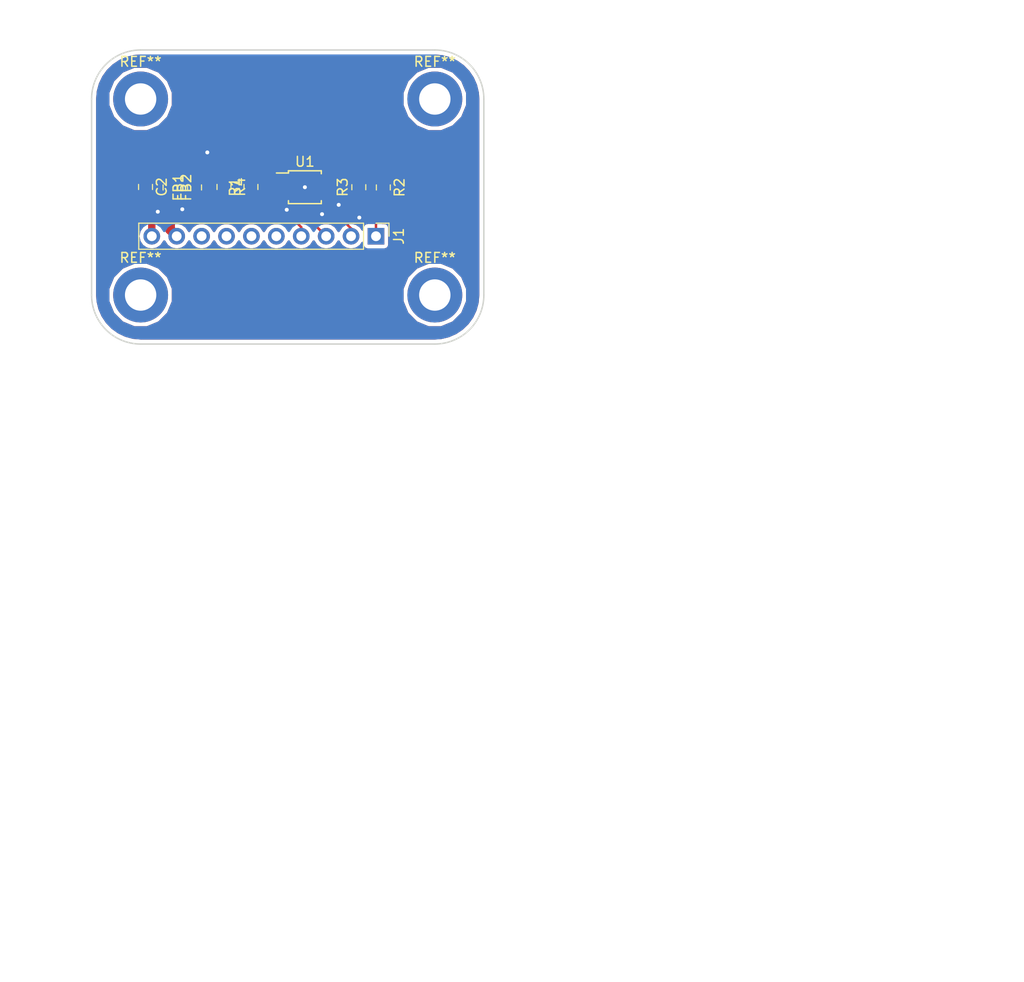
<source format=kicad_pcb>
(kicad_pcb (version 20171130) (host pcbnew 5.0.1-33cea8e~66~ubuntu18.04.1)

  (general
    (thickness 1.6)
    (drawings 12)
    (tracks 108)
    (zones 0)
    (modules 13)
    (nets 17)
  )

  (page A4)
  (layers
    (0 F.Cu signal)
    (31 B.Cu signal)
    (32 B.Adhes user)
    (33 F.Adhes user)
    (34 B.Paste user)
    (35 F.Paste user)
    (36 B.SilkS user)
    (37 F.SilkS user)
    (38 B.Mask user)
    (39 F.Mask user)
    (40 Dwgs.User user)
    (41 Cmts.User user)
    (42 Eco1.User user)
    (43 Eco2.User user)
    (44 Edge.Cuts user)
    (45 Margin user)
    (46 B.CrtYd user)
    (47 F.CrtYd user)
    (48 B.Fab user)
    (49 F.Fab user)
  )

  (setup
    (last_trace_width 0.25)
    (trace_clearance 0.2)
    (zone_clearance 0.381)
    (zone_45_only no)
    (trace_min 0.2)
    (segment_width 0.2)
    (edge_width 0.15)
    (via_size 0.8)
    (via_drill 0.4)
    (via_min_size 0.4)
    (via_min_drill 0.3)
    (uvia_size 0.3)
    (uvia_drill 0.1)
    (uvias_allowed no)
    (uvia_min_size 0.2)
    (uvia_min_drill 0.1)
    (pcb_text_width 0.3)
    (pcb_text_size 1.5 1.5)
    (mod_edge_width 0.15)
    (mod_text_size 1 1)
    (mod_text_width 0.15)
    (pad_size 1.524 1.524)
    (pad_drill 0.762)
    (pad_to_mask_clearance 0.051)
    (solder_mask_min_width 0.25)
    (aux_axis_origin 0 0)
    (visible_elements FFFFFF7F)
    (pcbplotparams
      (layerselection 0x010fc_ffffffff)
      (usegerberextensions false)
      (usegerberattributes false)
      (usegerberadvancedattributes false)
      (creategerberjobfile false)
      (excludeedgelayer true)
      (linewidth 0.100000)
      (plotframeref false)
      (viasonmask false)
      (mode 1)
      (useauxorigin false)
      (hpglpennumber 1)
      (hpglpenspeed 20)
      (hpglpendiameter 15.000000)
      (psnegative false)
      (psa4output false)
      (plotreference true)
      (plotvalue true)
      (plotinvisibletext false)
      (padsonsilk false)
      (subtractmaskfromsilk false)
      (outputformat 1)
      (mirror false)
      (drillshape 1)
      (scaleselection 1)
      (outputdirectory ""))
  )

  (net 0 "")
  (net 1 VDD)
  (net 2 "Net-(R1-Pad2)")
  (net 3 "Net-(R2-Pad2)")
  (net 4 "Net-(R3-Pad2)")
  (net 5 GND)
  (net 6 "Net-(R4-Pad1)")
  (net 7 "Net-(C2-Pad1)")
  (net 8 "Net-(C2-Pad2)")
  (net 9 /AIN0)
  (net 10 /AIN1)
  (net 11 /AIN2)
  (net 12 /AIN3)
  (net 13 /ALERT)
  (net 14 /ADDR)
  (net 15 /SDA)
  (net 16 /SCL)

  (net_class Default "This is the default net class."
    (clearance 0.2)
    (trace_width 0.25)
    (via_dia 0.8)
    (via_drill 0.4)
    (uvia_dia 0.3)
    (uvia_drill 0.1)
    (add_net /ADDR)
    (add_net /AIN0)
    (add_net /AIN1)
    (add_net /AIN2)
    (add_net /AIN3)
    (add_net /ALERT)
    (add_net /SCL)
    (add_net /SDA)
    (add_net "Net-(R1-Pad2)")
    (add_net "Net-(R2-Pad2)")
    (add_net "Net-(R3-Pad2)")
    (add_net "Net-(R4-Pad1)")
  )

  (net_class GND ""
    (clearance 0.2)
    (trace_width 1)
    (via_dia 1.2)
    (via_drill 0.4)
    (uvia_dia 0.3)
    (uvia_drill 0.1)
    (add_net GND)
    (add_net "Net-(C2-Pad2)")
  )

  (net_class VDD ""
    (clearance 0.2)
    (trace_width 0.75)
    (via_dia 1)
    (via_drill 0.4)
    (uvia_dia 0.3)
    (uvia_drill 0.1)
    (add_net "Net-(C2-Pad1)")
    (add_net VDD)
  )

  (module MountingHole:MountingHole_3.2mm_M3_DIN965_Pad locked (layer F.Cu) (tedit 56D1B4CB) (tstamp 5BDBCE85)
    (at 40 30)
    (descr "Mounting Hole 3.2mm, M3, DIN965")
    (tags "mounting hole 3.2mm m3 din965")
    (attr virtual)
    (fp_text reference REF** (at 0 -3.8) (layer F.SilkS)
      (effects (font (size 1 1) (thickness 0.15)))
    )
    (fp_text value MountingHole_3.2mm_M3_DIN965_Pad (at 0 3.8) (layer F.Fab)
      (effects (font (size 1 1) (thickness 0.15)))
    )
    (fp_text user %R (at 0.3 0) (layer F.Fab)
      (effects (font (size 1 1) (thickness 0.15)))
    )
    (fp_circle (center 0 0) (end 2.8 0) (layer Cmts.User) (width 0.15))
    (fp_circle (center 0 0) (end 3.05 0) (layer F.CrtYd) (width 0.05))
    (pad 1 thru_hole circle (at 0 0) (size 5.6 5.6) (drill 3.2) (layers *.Cu *.Mask))
  )

  (module MountingHole:MountingHole_3.2mm_M3_DIN965_Pad locked (layer F.Cu) (tedit 56D1B4CB) (tstamp 5BDBCE85)
    (at 10 30)
    (descr "Mounting Hole 3.2mm, M3, DIN965")
    (tags "mounting hole 3.2mm m3 din965")
    (attr virtual)
    (fp_text reference REF** (at 0 -3.8) (layer F.SilkS)
      (effects (font (size 1 1) (thickness 0.15)))
    )
    (fp_text value MountingHole_3.2mm_M3_DIN965_Pad (at 0 3.8) (layer F.Fab)
      (effects (font (size 1 1) (thickness 0.15)))
    )
    (fp_text user %R (at 0.3 0) (layer F.Fab)
      (effects (font (size 1 1) (thickness 0.15)))
    )
    (fp_circle (center 0 0) (end 2.8 0) (layer Cmts.User) (width 0.15))
    (fp_circle (center 0 0) (end 3.05 0) (layer F.CrtYd) (width 0.05))
    (pad 1 thru_hole circle (at 0 0) (size 5.6 5.6) (drill 3.2) (layers *.Cu *.Mask))
  )

  (module MountingHole:MountingHole_3.2mm_M3_DIN965_Pad locked (layer F.Cu) (tedit 56D1B4CB) (tstamp 5BDBCE65)
    (at 40 10)
    (descr "Mounting Hole 3.2mm, M3, DIN965")
    (tags "mounting hole 3.2mm m3 din965")
    (attr virtual)
    (fp_text reference REF** (at 0 -3.8) (layer F.SilkS)
      (effects (font (size 1 1) (thickness 0.15)))
    )
    (fp_text value MountingHole_3.2mm_M3_DIN965_Pad (at 0 3.8) (layer F.Fab)
      (effects (font (size 1 1) (thickness 0.15)))
    )
    (fp_text user %R (at 0.3 0) (layer F.Fab)
      (effects (font (size 1 1) (thickness 0.15)))
    )
    (fp_circle (center 0 0) (end 2.8 0) (layer Cmts.User) (width 0.15))
    (fp_circle (center 0 0) (end 3.05 0) (layer F.CrtYd) (width 0.05))
    (pad 1 thru_hole circle (at 0 0) (size 5.6 5.6) (drill 3.2) (layers *.Cu *.Mask))
  )

  (module Capacitor_SMD:C_0805_2012Metric_Pad1.15x1.40mm_HandSolder (layer F.Cu) (tedit 5B36C52B) (tstamp 5BD5CD48)
    (at 10.5 18.975 270)
    (descr "Capacitor SMD 0805 (2012 Metric), square (rectangular) end terminal, IPC_7351 nominal with elongated pad for handsoldering. (Body size source: https://docs.google.com/spreadsheets/d/1BsfQQcO9C6DZCsRaXUlFlo91Tg2WpOkGARC1WS5S8t0/edit?usp=sharing), generated with kicad-footprint-generator")
    (tags "capacitor handsolder")
    (path /5BC8FFF4)
    (attr smd)
    (fp_text reference C2 (at 0 -1.65 270) (layer F.SilkS)
      (effects (font (size 1 1) (thickness 0.15)))
    )
    (fp_text value C105 (at 0 1.65 270) (layer F.Fab)
      (effects (font (size 1 1) (thickness 0.15)))
    )
    (fp_text user %R (at 0 0 270) (layer F.Fab)
      (effects (font (size 0.5 0.5) (thickness 0.08)))
    )
    (fp_line (start 1.85 0.95) (end -1.85 0.95) (layer F.CrtYd) (width 0.05))
    (fp_line (start 1.85 -0.95) (end 1.85 0.95) (layer F.CrtYd) (width 0.05))
    (fp_line (start -1.85 -0.95) (end 1.85 -0.95) (layer F.CrtYd) (width 0.05))
    (fp_line (start -1.85 0.95) (end -1.85 -0.95) (layer F.CrtYd) (width 0.05))
    (fp_line (start -0.261252 0.71) (end 0.261252 0.71) (layer F.SilkS) (width 0.12))
    (fp_line (start -0.261252 -0.71) (end 0.261252 -0.71) (layer F.SilkS) (width 0.12))
    (fp_line (start 1 0.6) (end -1 0.6) (layer F.Fab) (width 0.1))
    (fp_line (start 1 -0.6) (end 1 0.6) (layer F.Fab) (width 0.1))
    (fp_line (start -1 -0.6) (end 1 -0.6) (layer F.Fab) (width 0.1))
    (fp_line (start -1 0.6) (end -1 -0.6) (layer F.Fab) (width 0.1))
    (pad 2 smd roundrect (at 1.025 0 270) (size 1.15 1.4) (layers F.Cu F.Paste F.Mask) (roundrect_rratio 0.217391)
      (net 8 "Net-(C2-Pad2)"))
    (pad 1 smd roundrect (at -1.025 0 270) (size 1.15 1.4) (layers F.Cu F.Paste F.Mask) (roundrect_rratio 0.217391)
      (net 7 "Net-(C2-Pad1)"))
    (model ${KISYS3DMOD}/Capacitor_SMD.3dshapes/C_0805_2012Metric.wrl
      (at (xyz 0 0 0))
      (scale (xyz 1 1 1))
      (rotate (xyz 0 0 0))
    )
  )

  (module Connector_PinHeader_2.54mm:PinHeader_1x10_P2.54mm_Vertical (layer F.Cu) (tedit 59FED5CC) (tstamp 5BD5CD10)
    (at 34 24 270)
    (descr "Through hole straight pin header, 1x10, 2.54mm pitch, single row")
    (tags "Through hole pin header THT 1x10 2.54mm single row")
    (path /5BC8F7D9)
    (fp_text reference J1 (at 0 -2.33 270) (layer F.SilkS)
      (effects (font (size 1 1) (thickness 0.15)))
    )
    (fp_text value Conn_01x10 (at 0 25.19 270) (layer F.Fab)
      (effects (font (size 1 1) (thickness 0.15)))
    )
    (fp_line (start -0.635 -1.27) (end 1.27 -1.27) (layer F.Fab) (width 0.1))
    (fp_line (start 1.27 -1.27) (end 1.27 24.13) (layer F.Fab) (width 0.1))
    (fp_line (start 1.27 24.13) (end -1.27 24.13) (layer F.Fab) (width 0.1))
    (fp_line (start -1.27 24.13) (end -1.27 -0.635) (layer F.Fab) (width 0.1))
    (fp_line (start -1.27 -0.635) (end -0.635 -1.27) (layer F.Fab) (width 0.1))
    (fp_line (start -1.33 24.19) (end 1.33 24.19) (layer F.SilkS) (width 0.12))
    (fp_line (start -1.33 1.27) (end -1.33 24.19) (layer F.SilkS) (width 0.12))
    (fp_line (start 1.33 1.27) (end 1.33 24.19) (layer F.SilkS) (width 0.12))
    (fp_line (start -1.33 1.27) (end 1.33 1.27) (layer F.SilkS) (width 0.12))
    (fp_line (start -1.33 0) (end -1.33 -1.33) (layer F.SilkS) (width 0.12))
    (fp_line (start -1.33 -1.33) (end 0 -1.33) (layer F.SilkS) (width 0.12))
    (fp_line (start -1.8 -1.8) (end -1.8 24.65) (layer F.CrtYd) (width 0.05))
    (fp_line (start -1.8 24.65) (end 1.8 24.65) (layer F.CrtYd) (width 0.05))
    (fp_line (start 1.8 24.65) (end 1.8 -1.8) (layer F.CrtYd) (width 0.05))
    (fp_line (start 1.8 -1.8) (end -1.8 -1.8) (layer F.CrtYd) (width 0.05))
    (fp_text user %R (at 0 11.43) (layer F.Fab)
      (effects (font (size 1 1) (thickness 0.15)))
    )
    (pad 1 thru_hole rect (at 0 0 270) (size 1.7 1.7) (drill 1) (layers *.Cu *.Mask)
      (net 12 /AIN3))
    (pad 2 thru_hole oval (at 0 2.54 270) (size 1.7 1.7) (drill 1) (layers *.Cu *.Mask)
      (net 11 /AIN2))
    (pad 3 thru_hole oval (at 0 5.08 270) (size 1.7 1.7) (drill 1) (layers *.Cu *.Mask)
      (net 10 /AIN1))
    (pad 4 thru_hole oval (at 0 7.62 270) (size 1.7 1.7) (drill 1) (layers *.Cu *.Mask)
      (net 9 /AIN0))
    (pad 5 thru_hole oval (at 0 10.16 270) (size 1.7 1.7) (drill 1) (layers *.Cu *.Mask)
      (net 13 /ALERT))
    (pad 6 thru_hole oval (at 0 12.7 270) (size 1.7 1.7) (drill 1) (layers *.Cu *.Mask)
      (net 14 /ADDR))
    (pad 7 thru_hole oval (at 0 15.24 270) (size 1.7 1.7) (drill 1) (layers *.Cu *.Mask)
      (net 15 /SDA))
    (pad 8 thru_hole oval (at 0 17.78 270) (size 1.7 1.7) (drill 1) (layers *.Cu *.Mask)
      (net 16 /SCL))
    (pad 9 thru_hole oval (at 0 20.32 270) (size 1.7 1.7) (drill 1) (layers *.Cu *.Mask)
      (net 8 "Net-(C2-Pad2)"))
    (pad 10 thru_hole oval (at 0 22.86 270) (size 1.7 1.7) (drill 1) (layers *.Cu *.Mask)
      (net 7 "Net-(C2-Pad1)"))
    (model ${KISYS3DMOD}/Connector_PinHeader_2.54mm.3dshapes/PinHeader_1x10_P2.54mm_Vertical.wrl
      (at (xyz 0 0 0))
      (scale (xyz 1 1 1))
      (rotate (xyz 0 0 0))
    )
  )

  (module Inductor_SMD:L_0805_2012Metric_Pad1.15x1.40mm_HandSolder (layer F.Cu) (tedit 5B36C52B) (tstamp 5BD5CCF2)
    (at 13 19.025 270)
    (descr "Capacitor SMD 0805 (2012 Metric), square (rectangular) end terminal, IPC_7351 nominal with elongated pad for handsoldering. (Body size source: https://docs.google.com/spreadsheets/d/1BsfQQcO9C6DZCsRaXUlFlo91Tg2WpOkGARC1WS5S8t0/edit?usp=sharing), generated with kicad-footprint-generator")
    (tags "inductor handsolder")
    (path /5BC8FD9F)
    (attr smd)
    (fp_text reference FB2 (at 0 -1.65 270) (layer F.SilkS)
      (effects (font (size 1 1) (thickness 0.15)))
    )
    (fp_text value Ferrite_Bead_Small (at 0 1.65 270) (layer F.Fab)
      (effects (font (size 1 1) (thickness 0.15)))
    )
    (fp_text user %R (at 0 0 270) (layer F.Fab)
      (effects (font (size 0.5 0.5) (thickness 0.08)))
    )
    (fp_line (start 1.85 0.95) (end -1.85 0.95) (layer F.CrtYd) (width 0.05))
    (fp_line (start 1.85 -0.95) (end 1.85 0.95) (layer F.CrtYd) (width 0.05))
    (fp_line (start -1.85 -0.95) (end 1.85 -0.95) (layer F.CrtYd) (width 0.05))
    (fp_line (start -1.85 0.95) (end -1.85 -0.95) (layer F.CrtYd) (width 0.05))
    (fp_line (start -0.261252 0.71) (end 0.261252 0.71) (layer F.SilkS) (width 0.12))
    (fp_line (start -0.261252 -0.71) (end 0.261252 -0.71) (layer F.SilkS) (width 0.12))
    (fp_line (start 1 0.6) (end -1 0.6) (layer F.Fab) (width 0.1))
    (fp_line (start 1 -0.6) (end 1 0.6) (layer F.Fab) (width 0.1))
    (fp_line (start -1 -0.6) (end 1 -0.6) (layer F.Fab) (width 0.1))
    (fp_line (start -1 0.6) (end -1 -0.6) (layer F.Fab) (width 0.1))
    (pad 2 smd roundrect (at 1.025 0 270) (size 1.15 1.4) (layers F.Cu F.Paste F.Mask) (roundrect_rratio 0.217391)
      (net 8 "Net-(C2-Pad2)"))
    (pad 1 smd roundrect (at -1.025 0 270) (size 1.15 1.4) (layers F.Cu F.Paste F.Mask) (roundrect_rratio 0.217391)
      (net 5 GND))
    (model ${KISYS3DMOD}/Inductor_SMD.3dshapes/L_0805_2012Metric.wrl
      (at (xyz 0 0 0))
      (scale (xyz 1 1 1))
      (rotate (xyz 0 0 0))
    )
  )

  (module Inductor_SMD:L_0805_2012Metric_Pad1.15x1.40mm_HandSolder (layer F.Cu) (tedit 5B36C52B) (tstamp 5BD5CCE1)
    (at 15.5 19.025 90)
    (descr "Capacitor SMD 0805 (2012 Metric), square (rectangular) end terminal, IPC_7351 nominal with elongated pad for handsoldering. (Body size source: https://docs.google.com/spreadsheets/d/1BsfQQcO9C6DZCsRaXUlFlo91Tg2WpOkGARC1WS5S8t0/edit?usp=sharing), generated with kicad-footprint-generator")
    (tags "inductor handsolder")
    (path /5BC8F4AE)
    (attr smd)
    (fp_text reference FB1 (at 0 -1.65 90) (layer F.SilkS)
      (effects (font (size 1 1) (thickness 0.15)))
    )
    (fp_text value Ferrite_Bead_Small (at 0 1.65 90) (layer F.Fab)
      (effects (font (size 1 1) (thickness 0.15)))
    )
    (fp_line (start -1 0.6) (end -1 -0.6) (layer F.Fab) (width 0.1))
    (fp_line (start -1 -0.6) (end 1 -0.6) (layer F.Fab) (width 0.1))
    (fp_line (start 1 -0.6) (end 1 0.6) (layer F.Fab) (width 0.1))
    (fp_line (start 1 0.6) (end -1 0.6) (layer F.Fab) (width 0.1))
    (fp_line (start -0.261252 -0.71) (end 0.261252 -0.71) (layer F.SilkS) (width 0.12))
    (fp_line (start -0.261252 0.71) (end 0.261252 0.71) (layer F.SilkS) (width 0.12))
    (fp_line (start -1.85 0.95) (end -1.85 -0.95) (layer F.CrtYd) (width 0.05))
    (fp_line (start -1.85 -0.95) (end 1.85 -0.95) (layer F.CrtYd) (width 0.05))
    (fp_line (start 1.85 -0.95) (end 1.85 0.95) (layer F.CrtYd) (width 0.05))
    (fp_line (start 1.85 0.95) (end -1.85 0.95) (layer F.CrtYd) (width 0.05))
    (fp_text user %R (at 0 0 90) (layer F.Fab)
      (effects (font (size 0.5 0.5) (thickness 0.08)))
    )
    (pad 1 smd roundrect (at -1.025 0 90) (size 1.15 1.4) (layers F.Cu F.Paste F.Mask) (roundrect_rratio 0.217391)
      (net 1 VDD))
    (pad 2 smd roundrect (at 1.025 0 90) (size 1.15 1.4) (layers F.Cu F.Paste F.Mask) (roundrect_rratio 0.217391)
      (net 7 "Net-(C2-Pad1)"))
    (model ${KISYS3DMOD}/Inductor_SMD.3dshapes/L_0805_2012Metric.wrl
      (at (xyz 0 0 0))
      (scale (xyz 1 1 1))
      (rotate (xyz 0 0 0))
    )
  )

  (module Package_SO:MSOP-10_3x3mm_P0.5mm (layer F.Cu) (tedit 5BC8CDEC) (tstamp 5BD5D8FA)
    (at 26.75 19)
    (descr "10-Lead Plastic Micro Small Outline Package (MS) [MSOP] (see Microchip Packaging Specification 00000049BS.pdf)")
    (tags "SSOP 0.5")
    (path /5BC8E17D)
    (attr smd)
    (fp_text reference U1 (at 0 -2.6) (layer F.SilkS)
      (effects (font (size 1 1) (thickness 0.15)))
    )
    (fp_text value ADS1115 (at 0 2.6) (layer F.Fab)
      (effects (font (size 1 1) (thickness 0.15)))
    )
    (fp_line (start -0.5 -1.5) (end 1.5 -1.5) (layer F.Fab) (width 0.15))
    (fp_line (start 1.5 -1.5) (end 1.5 1.5) (layer F.Fab) (width 0.15))
    (fp_line (start 1.5 1.5) (end -1.5 1.5) (layer F.Fab) (width 0.15))
    (fp_line (start -1.5 1.5) (end -1.5 -0.5) (layer F.Fab) (width 0.15))
    (fp_line (start -1.5 -0.5) (end -0.5 -1.5) (layer F.Fab) (width 0.15))
    (fp_line (start -3.15 -1.85) (end -3.15 1.85) (layer F.CrtYd) (width 0.05))
    (fp_line (start 3.15 -1.85) (end 3.15 1.85) (layer F.CrtYd) (width 0.05))
    (fp_line (start -3.15 -1.85) (end 3.15 -1.85) (layer F.CrtYd) (width 0.05))
    (fp_line (start -3.15 1.85) (end 3.15 1.85) (layer F.CrtYd) (width 0.05))
    (fp_line (start -1.675 -1.675) (end -1.675 -1.45) (layer F.SilkS) (width 0.15))
    (fp_line (start 1.675 -1.675) (end 1.675 -1.375) (layer F.SilkS) (width 0.15))
    (fp_line (start 1.675 1.675) (end 1.675 1.375) (layer F.SilkS) (width 0.15))
    (fp_line (start -1.675 1.675) (end -1.675 1.375) (layer F.SilkS) (width 0.15))
    (fp_line (start -1.675 -1.675) (end 1.675 -1.675) (layer F.SilkS) (width 0.15))
    (fp_line (start -1.675 1.675) (end 1.675 1.675) (layer F.SilkS) (width 0.15))
    (fp_line (start -1.675 -1.45) (end -2.9 -1.45) (layer F.SilkS) (width 0.15))
    (fp_text user %R (at 0 0) (layer F.Fab)
      (effects (font (size 0.6 0.6) (thickness 0.15)))
    )
    (pad 1 smd rect (at -2.2 -1) (size 1.4 0.3) (layers F.Cu F.Paste F.Mask)
      (net 6 "Net-(R4-Pad1)"))
    (pad 2 smd rect (at -2.2 -0.5) (size 1.4 0.3) (layers F.Cu F.Paste F.Mask)
      (net 2 "Net-(R1-Pad2)"))
    (pad 3 smd rect (at -2.2 0) (size 1.4 0.3) (layers F.Cu F.Paste F.Mask)
      (net 5 GND))
    (pad 4 smd rect (at -2.2 0.5) (size 1.4 0.3) (layers F.Cu F.Paste F.Mask)
      (net 9 /AIN0))
    (pad 5 smd rect (at -2.2 1) (size 1.4 0.3) (layers F.Cu F.Paste F.Mask)
      (net 10 /AIN1))
    (pad 6 smd rect (at 2.2 1) (size 1.4 0.3) (layers F.Cu F.Paste F.Mask)
      (net 11 /AIN2))
    (pad 7 smd rect (at 2.2 0.5) (size 1.4 0.3) (layers F.Cu F.Paste F.Mask)
      (net 12 /AIN3))
    (pad 8 smd rect (at 2.2 0) (size 1.4 0.3) (layers F.Cu F.Paste F.Mask)
      (net 1 VDD))
    (pad 9 smd rect (at 2.2 -0.5) (size 1.4 0.3) (layers F.Cu F.Paste F.Mask)
      (net 3 "Net-(R2-Pad2)"))
    (pad 10 smd rect (at 2.2 -1) (size 1.4 0.3) (layers F.Cu F.Paste F.Mask)
      (net 4 "Net-(R3-Pad2)"))
    (model ${KISYS3DMOD}/Package_SO.3dshapes/MSOP-10_3x3mm_P0.5mm.wrl
      (at (xyz 0 0 0))
      (scale (xyz 1 1 1))
      (rotate (xyz 0 0 0))
    )
  )

  (module Resistor_SMD:R_0805_2012Metric_Pad1.15x1.40mm_HandSolder (layer F.Cu) (tedit 5B36C52B) (tstamp 5BDBD09B)
    (at 18.5 18.975 270)
    (descr "Resistor SMD 0805 (2012 Metric), square (rectangular) end terminal, IPC_7351 nominal with elongated pad for handsoldering. (Body size source: https://docs.google.com/spreadsheets/d/1BsfQQcO9C6DZCsRaXUlFlo91Tg2WpOkGARC1WS5S8t0/edit?usp=sharing), generated with kicad-footprint-generator")
    (tags "resistor handsolder")
    (path /5BC8EBC9)
    (attr smd)
    (fp_text reference R4 (at 0 -1.65 270) (layer F.SilkS)
      (effects (font (size 1 1) (thickness 0.15)))
    )
    (fp_text value R103 (at 0 1.65 270) (layer F.Fab)
      (effects (font (size 1 1) (thickness 0.15)))
    )
    (fp_text user %R (at 0 0 270) (layer F.Fab)
      (effects (font (size 0.5 0.5) (thickness 0.08)))
    )
    (fp_line (start 1.85 0.95) (end -1.85 0.95) (layer F.CrtYd) (width 0.05))
    (fp_line (start 1.85 -0.95) (end 1.85 0.95) (layer F.CrtYd) (width 0.05))
    (fp_line (start -1.85 -0.95) (end 1.85 -0.95) (layer F.CrtYd) (width 0.05))
    (fp_line (start -1.85 0.95) (end -1.85 -0.95) (layer F.CrtYd) (width 0.05))
    (fp_line (start -0.261252 0.71) (end 0.261252 0.71) (layer F.SilkS) (width 0.12))
    (fp_line (start -0.261252 -0.71) (end 0.261252 -0.71) (layer F.SilkS) (width 0.12))
    (fp_line (start 1 0.6) (end -1 0.6) (layer F.Fab) (width 0.1))
    (fp_line (start 1 -0.6) (end 1 0.6) (layer F.Fab) (width 0.1))
    (fp_line (start -1 -0.6) (end 1 -0.6) (layer F.Fab) (width 0.1))
    (fp_line (start -1 0.6) (end -1 -0.6) (layer F.Fab) (width 0.1))
    (pad 2 smd roundrect (at 1.025 0 270) (size 1.15 1.4) (layers F.Cu F.Paste F.Mask) (roundrect_rratio 0.217391)
      (net 5 GND))
    (pad 1 smd roundrect (at -1.025 0 270) (size 1.15 1.4) (layers F.Cu F.Paste F.Mask) (roundrect_rratio 0.217391)
      (net 6 "Net-(R4-Pad1)"))
    (model ${KISYS3DMOD}/Resistor_SMD.3dshapes/R_0805_2012Metric.wrl
      (at (xyz 0 0 0))
      (scale (xyz 1 1 1))
      (rotate (xyz 0 0 0))
    )
  )

  (module Resistor_SMD:R_0805_2012Metric_Pad1.15x1.40mm_HandSolder (layer F.Cu) (tedit 5B36C52B) (tstamp 5BD5EBBD)
    (at 32.25 19 90)
    (descr "Resistor SMD 0805 (2012 Metric), square (rectangular) end terminal, IPC_7351 nominal with elongated pad for handsoldering. (Body size source: https://docs.google.com/spreadsheets/d/1BsfQQcO9C6DZCsRaXUlFlo91Tg2WpOkGARC1WS5S8t0/edit?usp=sharing), generated with kicad-footprint-generator")
    (tags "resistor handsolder")
    (path /5BC8E534)
    (attr smd)
    (fp_text reference R3 (at 0 -1.65 90) (layer F.SilkS)
      (effects (font (size 1 1) (thickness 0.15)))
    )
    (fp_text value R103 (at 0 1.65 90) (layer F.Fab)
      (effects (font (size 1 1) (thickness 0.15)))
    )
    (fp_line (start -1 0.6) (end -1 -0.6) (layer F.Fab) (width 0.1))
    (fp_line (start -1 -0.6) (end 1 -0.6) (layer F.Fab) (width 0.1))
    (fp_line (start 1 -0.6) (end 1 0.6) (layer F.Fab) (width 0.1))
    (fp_line (start 1 0.6) (end -1 0.6) (layer F.Fab) (width 0.1))
    (fp_line (start -0.261252 -0.71) (end 0.261252 -0.71) (layer F.SilkS) (width 0.12))
    (fp_line (start -0.261252 0.71) (end 0.261252 0.71) (layer F.SilkS) (width 0.12))
    (fp_line (start -1.85 0.95) (end -1.85 -0.95) (layer F.CrtYd) (width 0.05))
    (fp_line (start -1.85 -0.95) (end 1.85 -0.95) (layer F.CrtYd) (width 0.05))
    (fp_line (start 1.85 -0.95) (end 1.85 0.95) (layer F.CrtYd) (width 0.05))
    (fp_line (start 1.85 0.95) (end -1.85 0.95) (layer F.CrtYd) (width 0.05))
    (fp_text user %R (at 0 0 90) (layer F.Fab)
      (effects (font (size 0.5 0.5) (thickness 0.08)))
    )
    (pad 1 smd roundrect (at -1.025 0 90) (size 1.15 1.4) (layers F.Cu F.Paste F.Mask) (roundrect_rratio 0.217391)
      (net 1 VDD))
    (pad 2 smd roundrect (at 1.025 0 90) (size 1.15 1.4) (layers F.Cu F.Paste F.Mask) (roundrect_rratio 0.217391)
      (net 4 "Net-(R3-Pad2)"))
    (model ${KISYS3DMOD}/Resistor_SMD.3dshapes/R_0805_2012Metric.wrl
      (at (xyz 0 0 0))
      (scale (xyz 1 1 1))
      (rotate (xyz 0 0 0))
    )
  )

  (module Resistor_SMD:R_0805_2012Metric_Pad1.15x1.40mm_HandSolder (layer F.Cu) (tedit 5B36C52B) (tstamp 5BD5CC8F)
    (at 34.75 19.025 270)
    (descr "Resistor SMD 0805 (2012 Metric), square (rectangular) end terminal, IPC_7351 nominal with elongated pad for handsoldering. (Body size source: https://docs.google.com/spreadsheets/d/1BsfQQcO9C6DZCsRaXUlFlo91Tg2WpOkGARC1WS5S8t0/edit?usp=sharing), generated with kicad-footprint-generator")
    (tags "resistor handsolder")
    (path /5BC8E694)
    (attr smd)
    (fp_text reference R2 (at 0 -1.65 270) (layer F.SilkS)
      (effects (font (size 1 1) (thickness 0.15)))
    )
    (fp_text value R103 (at 0 1.65 270) (layer F.Fab)
      (effects (font (size 1 1) (thickness 0.15)))
    )
    (fp_text user %R (at 0 0 270) (layer F.Fab)
      (effects (font (size 0.5 0.5) (thickness 0.08)))
    )
    (fp_line (start 1.85 0.95) (end -1.85 0.95) (layer F.CrtYd) (width 0.05))
    (fp_line (start 1.85 -0.95) (end 1.85 0.95) (layer F.CrtYd) (width 0.05))
    (fp_line (start -1.85 -0.95) (end 1.85 -0.95) (layer F.CrtYd) (width 0.05))
    (fp_line (start -1.85 0.95) (end -1.85 -0.95) (layer F.CrtYd) (width 0.05))
    (fp_line (start -0.261252 0.71) (end 0.261252 0.71) (layer F.SilkS) (width 0.12))
    (fp_line (start -0.261252 -0.71) (end 0.261252 -0.71) (layer F.SilkS) (width 0.12))
    (fp_line (start 1 0.6) (end -1 0.6) (layer F.Fab) (width 0.1))
    (fp_line (start 1 -0.6) (end 1 0.6) (layer F.Fab) (width 0.1))
    (fp_line (start -1 -0.6) (end 1 -0.6) (layer F.Fab) (width 0.1))
    (fp_line (start -1 0.6) (end -1 -0.6) (layer F.Fab) (width 0.1))
    (pad 2 smd roundrect (at 1.025 0 270) (size 1.15 1.4) (layers F.Cu F.Paste F.Mask) (roundrect_rratio 0.217391)
      (net 3 "Net-(R2-Pad2)"))
    (pad 1 smd roundrect (at -1.025 0 270) (size 1.15 1.4) (layers F.Cu F.Paste F.Mask) (roundrect_rratio 0.217391)
      (net 1 VDD))
    (model ${KISYS3DMOD}/Resistor_SMD.3dshapes/R_0805_2012Metric.wrl
      (at (xyz 0 0 0))
      (scale (xyz 1 1 1))
      (rotate (xyz 0 0 0))
    )
  )

  (module Resistor_SMD:R_0805_2012Metric_Pad1.15x1.40mm_HandSolder (layer F.Cu) (tedit 5B36C52B) (tstamp 5BD5CC7E)
    (at 21.25 18.975 90)
    (descr "Resistor SMD 0805 (2012 Metric), square (rectangular) end terminal, IPC_7351 nominal with elongated pad for handsoldering. (Body size source: https://docs.google.com/spreadsheets/d/1BsfQQcO9C6DZCsRaXUlFlo91Tg2WpOkGARC1WS5S8t0/edit?usp=sharing), generated with kicad-footprint-generator")
    (tags "resistor handsolder")
    (path /5BC8E6AE)
    (attr smd)
    (fp_text reference R1 (at 0 -1.65 90) (layer F.SilkS)
      (effects (font (size 1 1) (thickness 0.15)))
    )
    (fp_text value R103 (at 0 1.65 90) (layer F.Fab)
      (effects (font (size 1 1) (thickness 0.15)))
    )
    (fp_line (start -1 0.6) (end -1 -0.6) (layer F.Fab) (width 0.1))
    (fp_line (start -1 -0.6) (end 1 -0.6) (layer F.Fab) (width 0.1))
    (fp_line (start 1 -0.6) (end 1 0.6) (layer F.Fab) (width 0.1))
    (fp_line (start 1 0.6) (end -1 0.6) (layer F.Fab) (width 0.1))
    (fp_line (start -0.261252 -0.71) (end 0.261252 -0.71) (layer F.SilkS) (width 0.12))
    (fp_line (start -0.261252 0.71) (end 0.261252 0.71) (layer F.SilkS) (width 0.12))
    (fp_line (start -1.85 0.95) (end -1.85 -0.95) (layer F.CrtYd) (width 0.05))
    (fp_line (start -1.85 -0.95) (end 1.85 -0.95) (layer F.CrtYd) (width 0.05))
    (fp_line (start 1.85 -0.95) (end 1.85 0.95) (layer F.CrtYd) (width 0.05))
    (fp_line (start 1.85 0.95) (end -1.85 0.95) (layer F.CrtYd) (width 0.05))
    (fp_text user %R (at 0 0 90) (layer F.Fab)
      (effects (font (size 0.5 0.5) (thickness 0.08)))
    )
    (pad 1 smd roundrect (at -1.025 0 90) (size 1.15 1.4) (layers F.Cu F.Paste F.Mask) (roundrect_rratio 0.217391)
      (net 1 VDD))
    (pad 2 smd roundrect (at 1.025 0 90) (size 1.15 1.4) (layers F.Cu F.Paste F.Mask) (roundrect_rratio 0.217391)
      (net 2 "Net-(R1-Pad2)"))
    (model ${KISYS3DMOD}/Resistor_SMD.3dshapes/R_0805_2012Metric.wrl
      (at (xyz 0 0 0))
      (scale (xyz 1 1 1))
      (rotate (xyz 0 0 0))
    )
  )

  (module MountingHole:MountingHole_3.2mm_M3_DIN965_Pad locked (layer F.Cu) (tedit 56D1B4CB) (tstamp 5BDBCE52)
    (at 10 10)
    (descr "Mounting Hole 3.2mm, M3, DIN965")
    (tags "mounting hole 3.2mm m3 din965")
    (attr virtual)
    (fp_text reference REF** (at 0 -3.8) (layer F.SilkS)
      (effects (font (size 1 1) (thickness 0.15)))
    )
    (fp_text value MountingHole_3.2mm_M3_DIN965_Pad (at 0 3.8) (layer F.Fab)
      (effects (font (size 1 1) (thickness 0.15)))
    )
    (fp_circle (center 0 0) (end 3.05 0) (layer F.CrtYd) (width 0.05))
    (fp_circle (center 0 0) (end 2.8 0) (layer Cmts.User) (width 0.15))
    (fp_text user %R (at 0.3 0) (layer F.Fab)
      (effects (font (size 1 1) (thickness 0.15)))
    )
    (pad 1 thru_hole circle (at 0 0) (size 5.6 5.6) (drill 3.2) (layers *.Cu *.Mask))
  )

  (gr_arc (start 10 30) (end 5 30) (angle -90) (layer Edge.Cuts) (width 0.15))
  (gr_arc (start 40 30) (end 40 35) (angle -90) (layer Edge.Cuts) (width 0.15))
  (gr_arc (start 40 10) (end 45 10) (angle -90) (layer Edge.Cuts) (width 0.15))
  (gr_arc (start 10 10) (end 10 5) (angle -90) (layer Edge.Cuts) (width 0.15))
  (gr_line (start 0 0) (end 100 0) (layer Dwgs.User) (width 0.2))
  (gr_line (start 100 0) (end 100 100) (layer Dwgs.User) (width 0.2))
  (gr_line (start 0 100) (end 100 100) (layer Dwgs.User) (width 0.2))
  (gr_line (start 0 0) (end 0 100) (layer Dwgs.User) (width 0.2))
  (gr_line (start 40 5) (end 10 5) (layer Edge.Cuts) (width 0.15))
  (gr_line (start 45 30) (end 45 10) (layer Edge.Cuts) (width 0.15))
  (gr_line (start 10 35) (end 40 35) (layer Edge.Cuts) (width 0.15))
  (gr_line (start 5 10) (end 5 30) (layer Edge.Cuts) (width 0.15))

  (segment (start 32.25 20.025) (end 31.275 20.025) (width 0.25) (layer F.Cu) (net 1) (status 10))
  (segment (start 31.275 20.025) (end 30.75 19.5) (width 0.25) (layer F.Cu) (net 1))
  (segment (start 30.75 19.5) (end 30.75 19.25) (width 0.25) (layer F.Cu) (net 1))
  (segment (start 30.5 19) (end 28.95 19) (width 0.25) (layer F.Cu) (net 1) (status 20))
  (segment (start 30.75 19.25) (end 30.5 19) (width 0.25) (layer F.Cu) (net 1))
  (segment (start 17.25 19) (end 20.25 19) (width 0.25) (layer F.Cu) (net 1))
  (segment (start 20.25 19) (end 21.25 20) (width 0.25) (layer F.Cu) (net 1))
  (segment (start 17.25 19.35) (end 17.25 19) (width 0.25) (layer F.Cu) (net 1))
  (segment (start 34.75 17) (end 34.75 18) (width 0.25) (layer F.Cu) (net 1))
  (segment (start 33.75 16) (end 34.75 17) (width 0.25) (layer F.Cu) (net 1))
  (segment (start 17.25 19) (end 17.25 17) (width 0.25) (layer F.Cu) (net 1))
  (segment (start 18.25 16) (end 33.75 16) (width 0.25) (layer F.Cu) (net 1))
  (segment (start 17.25 17) (end 18.25 16) (width 0.25) (layer F.Cu) (net 1))
  (segment (start 16.55 20.05) (end 16.75 19.85) (width 0.75) (layer F.Cu) (net 1))
  (segment (start 15.5 20.05) (end 16.55 20.05) (width 0.75) (layer F.Cu) (net 1))
  (segment (start 16.75 19.85) (end 17.05 19.55) (width 0.25) (layer F.Cu) (net 1))
  (segment (start 16.55 20.05) (end 17.05 19.55) (width 0.75) (layer F.Cu) (net 1))
  (segment (start 17.05 19.55) (end 17.25 19.35) (width 0.25) (layer F.Cu) (net 1))
  (segment (start 17.05 19.55) (end 17.05 16.8) (width 0.75) (layer F.Cu) (net 1))
  (segment (start 17.05 16.8) (end 18.1 15.75) (width 0.75) (layer F.Cu) (net 1))
  (segment (start 18.1 15.75) (end 34 15.75) (width 0.75) (layer F.Cu) (net 1))
  (segment (start 34.75 16.5) (end 34.75 18) (width 0.75) (layer F.Cu) (net 1))
  (segment (start 34 15.75) (end 34.75 16.5) (width 0.75) (layer F.Cu) (net 1))
  (segment (start 32.525 20.025) (end 34.2 21.7) (width 0.75) (layer F.Cu) (net 1))
  (segment (start 34.2 21.7) (end 35.9 21.7) (width 0.75) (layer F.Cu) (net 1))
  (segment (start 35.9 21.7) (end 36.35 21.25) (width 0.75) (layer F.Cu) (net 1))
  (segment (start 32.25 20.025) (end 32.525 20.025) (width 0.75) (layer F.Cu) (net 1))
  (segment (start 36.35 18.55) (end 35.8 18) (width 0.75) (layer F.Cu) (net 1))
  (segment (start 35.8 18) (end 34.75 18) (width 0.75) (layer F.Cu) (net 1))
  (segment (start 36.35 21.25) (end 36.35 18.55) (width 0.75) (layer F.Cu) (net 1))
  (segment (start 23 18.5) (end 24.55 18.5) (width 0.25) (layer F.Cu) (net 2))
  (segment (start 21.25 17.95) (end 22.45 17.95) (width 0.25) (layer F.Cu) (net 2))
  (segment (start 22.45 17.95) (end 23 18.5) (width 0.25) (layer F.Cu) (net 2))
  (segment (start 28.95 18.5) (end 31 18.5) (width 0.25) (layer F.Cu) (net 3))
  (segment (start 31 18.5) (end 31.5 19) (width 0.25) (layer F.Cu) (net 3))
  (segment (start 33.7 19) (end 34.75 20.05) (width 0.25) (layer F.Cu) (net 3))
  (segment (start 31.5 19) (end 33.7 19) (width 0.25) (layer F.Cu) (net 3))
  (segment (start 32.225 18) (end 32.25 17.975) (width 0.25) (layer F.Cu) (net 4) (status 30))
  (segment (start 28.95 18) (end 32.225 18) (width 0.25) (layer F.Cu) (net 4) (status 30))
  (segment (start 14.25 18.25) (end 14.25 21.25) (width 0.25) (layer F.Cu) (net 5))
  (segment (start 14.25 21.25) (end 14.5 21.5) (width 0.25) (layer F.Cu) (net 5))
  (segment (start 14.5 21.5) (end 18 21.5) (width 0.25) (layer F.Cu) (net 5))
  (segment (start 18.5 21) (end 18.5 20) (width 0.25) (layer F.Cu) (net 5) (status 20))
  (segment (start 18 21.5) (end 18.5 21) (width 0.25) (layer F.Cu) (net 5))
  (segment (start 14 18) (end 14.25 18.25) (width 0.25) (layer F.Cu) (net 5))
  (segment (start 13 18) (end 14 18) (width 0.25) (layer F.Cu) (net 5))
  (segment (start 24.55 19) (end 23.25 19) (width 0.25) (layer F.Cu) (net 5))
  (segment (start 23.25 19) (end 22.5 19.75) (width 0.25) (layer F.Cu) (net 5))
  (segment (start 22.5 19.75) (end 22.5 21) (width 0.25) (layer F.Cu) (net 5))
  (segment (start 22.5 21) (end 22 21.5) (width 0.25) (layer F.Cu) (net 5))
  (segment (start 19 21.5) (end 18.5 21) (width 0.25) (layer F.Cu) (net 5))
  (segment (start 22 21.5) (end 19 21.5) (width 0.25) (layer F.Cu) (net 5))
  (segment (start 14.25 21.25) (end 14.25 21.25) (width 0.25) (layer F.Cu) (net 5) (tstamp 5BDBFFDE))
  (via (at 14.25 21.25) (size 0.8) (drill 0.4) (layers F.Cu B.Cu) (net 5))
  (via (at 11.75 21.5) (size 0.8) (drill 0.4) (layers F.Cu B.Cu) (net 5))
  (via (at 26.75 19) (size 0.8) (drill 0.4) (layers F.Cu B.Cu) (net 5))
  (via (at 28.5 21.75) (size 0.8) (drill 0.4) (layers F.Cu B.Cu) (net 5))
  (via (at 32.3 22.1) (size 0.8) (drill 0.4) (layers F.Cu B.Cu) (net 5))
  (via (at 16.8 15.45) (size 0.8) (drill 0.4) (layers F.Cu B.Cu) (net 5))
  (via (at 24.9 21.3) (size 0.8) (drill 0.4) (layers F.Cu B.Cu) (net 5))
  (via (at 30.2 20.8) (size 0.8) (drill 0.4) (layers F.Cu B.Cu) (net 5))
  (segment (start 18.5 17.95) (end 18.5 17.3) (width 0.25) (layer F.Cu) (net 6))
  (segment (start 23.25 18) (end 24.55 18) (width 0.25) (layer F.Cu) (net 6))
  (segment (start 22.9 17.1) (end 22.9 17.65) (width 0.25) (layer F.Cu) (net 6))
  (segment (start 18.5 17) (end 18.9 16.6) (width 0.25) (layer F.Cu) (net 6))
  (segment (start 18.5 17.95) (end 18.5 17) (width 0.25) (layer F.Cu) (net 6))
  (segment (start 22.4 16.6) (end 22.9 17.1) (width 0.25) (layer F.Cu) (net 6))
  (segment (start 18.9 16.6) (end 22.4 16.6) (width 0.25) (layer F.Cu) (net 6))
  (segment (start 22.9 17.65) (end 23.25 18) (width 0.25) (layer F.Cu) (net 6))
  (segment (start 11.14 22.64) (end 11.14 24) (width 0.75) (layer F.Cu) (net 7))
  (segment (start 10.5 17.95) (end 10.3 17.95) (width 0.75) (layer F.Cu) (net 7))
  (segment (start 10.3 17.95) (end 9 19.25) (width 0.75) (layer F.Cu) (net 7))
  (segment (start 9 19.25) (end 9 21.45) (width 0.75) (layer F.Cu) (net 7))
  (segment (start 9 21.45) (end 9.7 22.15) (width 0.75) (layer F.Cu) (net 7))
  (segment (start 10.65 22.15) (end 11.14 22.64) (width 0.75) (layer F.Cu) (net 7))
  (segment (start 9.7 22.15) (end 10.65 22.15) (width 0.75) (layer F.Cu) (net 7))
  (segment (start 15.5 16.825001) (end 15.5 18) (width 0.75) (layer F.Cu) (net 7))
  (segment (start 15.174999 16.5) (end 15.5 16.825001) (width 0.75) (layer F.Cu) (net 7))
  (segment (start 10.5 17.95) (end 10.5 16.9) (width 0.75) (layer F.Cu) (net 7))
  (segment (start 10.9 16.5) (end 15.174999 16.5) (width 0.75) (layer F.Cu) (net 7))
  (segment (start 10.5 16.9) (end 10.9 16.5) (width 0.75) (layer F.Cu) (net 7))
  (segment (start 13 23.32) (end 13.68 24) (width 1) (layer F.Cu) (net 8))
  (segment (start 13 20.05) (end 13 23.32) (width 1) (layer F.Cu) (net 8))
  (segment (start 10.55 20.05) (end 10.5 20) (width 1) (layer F.Cu) (net 8))
  (segment (start 13 20.05) (end 10.55 20.05) (width 1) (layer F.Cu) (net 8))
  (segment (start 26.38 23.08) (end 26.38 24) (width 0.25) (layer F.Cu) (net 9))
  (segment (start 24.55 19.5) (end 23.5 19.5) (width 0.25) (layer F.Cu) (net 9))
  (segment (start 25.5 22.2) (end 26.38 23.08) (width 0.25) (layer F.Cu) (net 9))
  (segment (start 23.5 19.5) (end 23.25 19.75) (width 0.25) (layer F.Cu) (net 9))
  (segment (start 23.25 19.75) (end 23.25 21) (width 0.25) (layer F.Cu) (net 9))
  (segment (start 24.45 22.2) (end 25.5 22.2) (width 0.25) (layer F.Cu) (net 9))
  (segment (start 23.25 21) (end 24.45 22.2) (width 0.25) (layer F.Cu) (net 9))
  (segment (start 24.55 20) (end 25.8 20) (width 0.25) (layer F.Cu) (net 10))
  (segment (start 25.8 20) (end 26 20.2) (width 0.25) (layer F.Cu) (net 10))
  (segment (start 27.1 21.8) (end 26 20.7) (width 0.25) (layer F.Cu) (net 10))
  (segment (start 27.1 22.18) (end 27.1 21.8) (width 0.25) (layer F.Cu) (net 10))
  (segment (start 26 20.2) (end 26 20.7) (width 0.25) (layer F.Cu) (net 10))
  (segment (start 27.1 22.18) (end 28.92 24) (width 0.25) (layer F.Cu) (net 10))
  (segment (start 28.95 20.7) (end 28.95 20) (width 0.25) (layer F.Cu) (net 11))
  (segment (start 31.46 23.21) (end 28.95 20.7) (width 0.25) (layer F.Cu) (net 11))
  (segment (start 31.46 24) (end 31.46 23.21) (width 0.25) (layer F.Cu) (net 11))
  (segment (start 34 22.65) (end 34 24) (width 0.25) (layer F.Cu) (net 12) (status 20))
  (segment (start 28.95 19.5) (end 30 19.5) (width 0.25) (layer F.Cu) (net 12) (status 10))
  (segment (start 30 19.5) (end 30.25 19.75) (width 0.25) (layer F.Cu) (net 12))
  (segment (start 32.5 21.15) (end 34 22.65) (width 0.25) (layer F.Cu) (net 12))
  (segment (start 31.5 21.15) (end 30.25 19.9) (width 0.25) (layer F.Cu) (net 12))
  (segment (start 32.5 21.15) (end 31.5 21.15) (width 0.25) (layer F.Cu) (net 12))
  (segment (start 30.25 19.75) (end 30.25 19.9) (width 0.25) (layer F.Cu) (net 12))

  (zone (net 5) (net_name GND) (layer F.Cu) (tstamp 0) (hatch edge 0.508)
    (connect_pads (clearance 0.381))
    (min_thickness 0.254)
    (fill yes (arc_segments 16) (thermal_gap 0.508) (thermal_bridge_width 0.508))
    (polygon
      (pts
        (xy 5 5) (xy 5 35) (xy 45 35) (xy 45 5)
      )
    )
    (filled_polygon
      (pts
        (xy 40.781774 5.655089) (xy 41.538836 5.862198) (xy 42.247253 6.200095) (xy 42.884649 6.658111) (xy 43.430853 7.221749)
        (xy 43.868615 7.873209) (xy 44.184096 8.591893) (xy 44.368401 9.359579) (xy 44.417001 10.021387) (xy 44.417 29.974036)
        (xy 44.344911 30.781773) (xy 44.137802 31.538836) (xy 43.799903 32.247256) (xy 43.341891 32.884646) (xy 42.778251 33.430853)
        (xy 42.126791 33.868615) (xy 41.408106 34.184096) (xy 40.640421 34.368401) (xy 39.978627 34.417) (xy 10.025964 34.417)
        (xy 9.218227 34.344911) (xy 8.461164 34.137802) (xy 7.752744 33.799903) (xy 7.115354 33.341891) (xy 6.569147 32.778251)
        (xy 6.131385 32.126791) (xy 5.815904 31.408106) (xy 5.631599 30.640421) (xy 5.583 29.978627) (xy 5.583 29.341998)
        (xy 6.692 29.341998) (xy 6.692 30.658002) (xy 7.195613 31.873832) (xy 8.126168 32.804387) (xy 9.341998 33.308)
        (xy 10.658002 33.308) (xy 11.873832 32.804387) (xy 12.804387 31.873832) (xy 13.308 30.658002) (xy 13.308 29.341998)
        (xy 36.692 29.341998) (xy 36.692 30.658002) (xy 37.195613 31.873832) (xy 38.126168 32.804387) (xy 39.341998 33.308)
        (xy 40.658002 33.308) (xy 41.873832 32.804387) (xy 42.804387 31.873832) (xy 43.308 30.658002) (xy 43.308 29.341998)
        (xy 42.804387 28.126168) (xy 41.873832 27.195613) (xy 40.658002 26.692) (xy 39.341998 26.692) (xy 38.126168 27.195613)
        (xy 37.195613 28.126168) (xy 36.692 29.341998) (xy 13.308 29.341998) (xy 12.804387 28.126168) (xy 11.873832 27.195613)
        (xy 10.658002 26.692) (xy 9.341998 26.692) (xy 8.126168 27.195613) (xy 7.195613 28.126168) (xy 6.692 29.341998)
        (xy 5.583 29.341998) (xy 5.583 19.25) (xy 8.099702 19.25) (xy 8.117 19.336962) (xy 8.117001 21.363034)
        (xy 8.099702 21.45) (xy 8.154132 21.723633) (xy 8.168234 21.794529) (xy 8.363394 22.086607) (xy 8.437117 22.135867)
        (xy 9.014133 22.712883) (xy 9.063393 22.786607) (xy 9.355471 22.981767) (xy 9.613037 23.033) (xy 9.613041 23.033)
        (xy 9.699999 23.050297) (xy 9.786957 23.033) (xy 10.152877 23.033) (xy 9.860793 23.470135) (xy 9.755396 24)
        (xy 9.860793 24.529865) (xy 10.160937 24.979063) (xy 10.610135 25.279207) (xy 11.006253 25.358) (xy 11.273747 25.358)
        (xy 11.669865 25.279207) (xy 12.119063 24.979063) (xy 12.41 24.543644) (xy 12.700937 24.979063) (xy 13.150135 25.279207)
        (xy 13.546253 25.358) (xy 13.813747 25.358) (xy 14.209865 25.279207) (xy 14.659063 24.979063) (xy 14.95 24.543644)
        (xy 15.240937 24.979063) (xy 15.690135 25.279207) (xy 16.086253 25.358) (xy 16.353747 25.358) (xy 16.749865 25.279207)
        (xy 17.199063 24.979063) (xy 17.49 24.543644) (xy 17.780937 24.979063) (xy 18.230135 25.279207) (xy 18.626253 25.358)
        (xy 18.893747 25.358) (xy 19.289865 25.279207) (xy 19.739063 24.979063) (xy 20.03 24.543644) (xy 20.320937 24.979063)
        (xy 20.770135 25.279207) (xy 21.166253 25.358) (xy 21.433747 25.358) (xy 21.829865 25.279207) (xy 22.279063 24.979063)
        (xy 22.57 24.543644) (xy 22.860937 24.979063) (xy 23.310135 25.279207) (xy 23.706253 25.358) (xy 23.973747 25.358)
        (xy 24.369865 25.279207) (xy 24.819063 24.979063) (xy 25.11 24.543644) (xy 25.400937 24.979063) (xy 25.850135 25.279207)
        (xy 26.246253 25.358) (xy 26.513747 25.358) (xy 26.909865 25.279207) (xy 27.359063 24.979063) (xy 27.65 24.543644)
        (xy 27.940937 24.979063) (xy 28.390135 25.279207) (xy 28.786253 25.358) (xy 29.053747 25.358) (xy 29.449865 25.279207)
        (xy 29.899063 24.979063) (xy 30.19 24.543644) (xy 30.480937 24.979063) (xy 30.930135 25.279207) (xy 31.326253 25.358)
        (xy 31.593747 25.358) (xy 31.989865 25.279207) (xy 32.439063 24.979063) (xy 32.632048 24.69024) (xy 32.632048 24.85)
        (xy 32.671475 25.048212) (xy 32.783753 25.216247) (xy 32.951788 25.328525) (xy 33.15 25.367952) (xy 34.85 25.367952)
        (xy 35.048212 25.328525) (xy 35.216247 25.216247) (xy 35.328525 25.048212) (xy 35.367952 24.85) (xy 35.367952 23.15)
        (xy 35.328525 22.951788) (xy 35.216247 22.783753) (xy 35.048212 22.671475) (xy 34.85 22.632048) (xy 34.641829 22.632048)
        (xy 34.633 22.58766) (xy 34.633 22.587656) (xy 34.632074 22.583) (xy 35.813038 22.583) (xy 35.9 22.600298)
        (xy 35.986962 22.583) (xy 35.986963 22.583) (xy 36.244529 22.531767) (xy 36.536607 22.336607) (xy 36.585869 22.262881)
        (xy 36.912881 21.935869) (xy 36.986607 21.886607) (xy 37.181767 21.594529) (xy 37.233 21.336963) (xy 37.233 21.336962)
        (xy 37.250298 21.250001) (xy 37.233 21.163039) (xy 37.233 18.636957) (xy 37.250297 18.549999) (xy 37.233 18.463041)
        (xy 37.233 18.463037) (xy 37.181767 18.205471) (xy 36.986607 17.913393) (xy 36.912881 17.864131) (xy 36.485869 17.437119)
        (xy 36.436607 17.363393) (xy 36.144529 17.168233) (xy 35.886963 17.117) (xy 35.886962 17.117) (xy 35.8 17.099702)
        (xy 35.718874 17.115839) (xy 35.633 17.05846) (xy 35.633 16.586961) (xy 35.650298 16.499999) (xy 35.621061 16.353016)
        (xy 35.581767 16.155471) (xy 35.386607 15.863393) (xy 35.312884 15.814133) (xy 34.685869 15.187119) (xy 34.636607 15.113393)
        (xy 34.344529 14.918233) (xy 34.086963 14.867) (xy 34.086962 14.867) (xy 34 14.849702) (xy 33.913038 14.867)
        (xy 18.186961 14.867) (xy 18.099999 14.849702) (xy 18.013037 14.867) (xy 17.755471 14.918233) (xy 17.463393 15.113393)
        (xy 17.414133 15.187117) (xy 16.487117 16.114133) (xy 16.413394 16.163393) (xy 16.364134 16.237116) (xy 16.364133 16.237117)
        (xy 16.266648 16.383014) (xy 16.136607 16.188394) (xy 16.062881 16.139132) (xy 15.860868 15.937119) (xy 15.811606 15.863393)
        (xy 15.519528 15.668233) (xy 15.261962 15.617) (xy 15.261961 15.617) (xy 15.174999 15.599702) (xy 15.088037 15.617)
        (xy 10.986957 15.617) (xy 10.899999 15.599703) (xy 10.813041 15.617) (xy 10.813037 15.617) (xy 10.555471 15.668233)
        (xy 10.263393 15.863393) (xy 10.214131 15.937119) (xy 9.937117 16.214133) (xy 9.863394 16.263393) (xy 9.814134 16.337116)
        (xy 9.814133 16.337117) (xy 9.668234 16.555471) (xy 9.599702 16.9) (xy 9.617001 16.986966) (xy 9.617001 17.00846)
        (xy 9.506976 17.081976) (xy 9.340505 17.331117) (xy 9.282048 17.624999) (xy 9.282048 17.719202) (xy 8.437119 18.564131)
        (xy 8.363393 18.613393) (xy 8.168233 18.905472) (xy 8.119238 19.151788) (xy 8.099702 19.25) (xy 5.583 19.25)
        (xy 5.583 10.025964) (xy 5.644042 9.341998) (xy 6.692 9.341998) (xy 6.692 10.658002) (xy 7.195613 11.873832)
        (xy 8.126168 12.804387) (xy 9.341998 13.308) (xy 10.658002 13.308) (xy 11.873832 12.804387) (xy 12.804387 11.873832)
        (xy 13.308 10.658002) (xy 13.308 9.341998) (xy 36.692 9.341998) (xy 36.692 10.658002) (xy 37.195613 11.873832)
        (xy 38.126168 12.804387) (xy 39.341998 13.308) (xy 40.658002 13.308) (xy 41.873832 12.804387) (xy 42.804387 11.873832)
        (xy 43.308 10.658002) (xy 43.308 9.341998) (xy 42.804387 8.126168) (xy 41.873832 7.195613) (xy 40.658002 6.692)
        (xy 39.341998 6.692) (xy 38.126168 7.195613) (xy 37.195613 8.126168) (xy 36.692 9.341998) (xy 13.308 9.341998)
        (xy 12.804387 8.126168) (xy 11.873832 7.195613) (xy 10.658002 6.692) (xy 9.341998 6.692) (xy 8.126168 7.195613)
        (xy 7.195613 8.126168) (xy 6.692 9.341998) (xy 5.644042 9.341998) (xy 5.655089 9.218226) (xy 5.862198 8.461164)
        (xy 6.200095 7.752747) (xy 6.658111 7.115351) (xy 7.221749 6.569147) (xy 7.873209 6.131385) (xy 8.591893 5.815904)
        (xy 9.359579 5.631599) (xy 10.021373 5.583) (xy 39.974036 5.583)
      )
    )
    (filled_polygon
      (pts
        (xy 14.340505 18.618883) (xy 14.506976 18.868024) (xy 14.741907 19.025) (xy 14.506976 19.181976) (xy 14.340505 19.431117)
        (xy 14.282048 19.724999) (xy 14.282048 20.375001) (xy 14.340505 20.668883) (xy 14.506976 20.918024) (xy 14.756117 21.084495)
        (xy 15.049999 21.142952) (xy 15.950001 21.142952) (xy 16.243883 21.084495) (xy 16.468874 20.934161) (xy 16.55 20.950298)
        (xy 16.636962 20.933) (xy 16.636963 20.933) (xy 16.894529 20.881767) (xy 17.165 20.701044) (xy 17.165 20.701309)
        (xy 17.261673 20.934698) (xy 17.440301 21.113327) (xy 17.67369 21.21) (xy 18.21425 21.21) (xy 18.373 21.05125)
        (xy 18.373 20.127) (xy 18.627 20.127) (xy 18.627 21.05125) (xy 18.78575 21.21) (xy 19.32631 21.21)
        (xy 19.559699 21.113327) (xy 19.738327 20.934698) (xy 19.835 20.701309) (xy 19.835 20.28575) (xy 19.67625 20.127)
        (xy 18.627 20.127) (xy 18.373 20.127) (xy 18.353 20.127) (xy 18.353 19.873) (xy 18.373 19.873)
        (xy 18.373 19.853) (xy 18.627 19.853) (xy 18.627 19.873) (xy 19.67625 19.873) (xy 19.835 19.71425)
        (xy 19.835 19.633) (xy 19.987804 19.633) (xy 20.032048 19.677244) (xy 20.032048 20.325001) (xy 20.090505 20.618883)
        (xy 20.256976 20.868024) (xy 20.506117 21.034495) (xy 20.799999 21.092952) (xy 21.700001 21.092952) (xy 21.993883 21.034495)
        (xy 22.243024 20.868024) (xy 22.409495 20.618883) (xy 22.467952 20.325001) (xy 22.467952 19.674999) (xy 22.409495 19.381117)
        (xy 22.243024 19.131976) (xy 22.008093 18.975) (xy 22.243024 18.818024) (xy 22.315043 18.71024) (xy 22.50832 18.903518)
        (xy 22.543633 18.956367) (xy 22.596481 18.991679) (xy 22.596484 18.991682) (xy 22.702236 19.062343) (xy 22.753016 19.096273)
        (xy 22.937656 19.133) (xy 22.93766 19.133) (xy 22.966139 19.138665) (xy 22.846487 19.258317) (xy 22.793633 19.293633)
        (xy 22.653727 19.503017) (xy 22.617 19.687657) (xy 22.617 19.687661) (xy 22.6046 19.75) (xy 22.617 19.81234)
        (xy 22.617001 20.937656) (xy 22.6046 21) (xy 22.653728 21.246984) (xy 22.758318 21.403514) (xy 22.75832 21.403516)
        (xy 22.793634 21.456367) (xy 22.846485 21.491681) (xy 23.958319 22.603515) (xy 23.98561 22.64436) (xy 23.973747 22.642)
        (xy 23.706253 22.642) (xy 23.310135 22.720793) (xy 22.860937 23.020937) (xy 22.57 23.456356) (xy 22.279063 23.020937)
        (xy 21.829865 22.720793) (xy 21.433747 22.642) (xy 21.166253 22.642) (xy 20.770135 22.720793) (xy 20.320937 23.020937)
        (xy 20.03 23.456356) (xy 19.739063 23.020937) (xy 19.289865 22.720793) (xy 18.893747 22.642) (xy 18.626253 22.642)
        (xy 18.230135 22.720793) (xy 17.780937 23.020937) (xy 17.49 23.456356) (xy 17.199063 23.020937) (xy 16.749865 22.720793)
        (xy 16.353747 22.642) (xy 16.086253 22.642) (xy 15.690135 22.720793) (xy 15.240937 23.020937) (xy 14.95 23.456356)
        (xy 14.659063 23.020937) (xy 14.209865 22.720793) (xy 14.008 22.680639) (xy 14.008 20.895611) (xy 14.159495 20.668883)
        (xy 14.217952 20.375001) (xy 14.217952 19.724999) (xy 14.159495 19.431117) (xy 13.993024 19.181976) (xy 13.955116 19.156647)
        (xy 14.059699 19.113327) (xy 14.238327 18.934698) (xy 14.335 18.701309) (xy 14.335 18.591208)
      )
    )
    (filled_polygon
      (pts
        (xy 33.867 17.012197) (xy 33.867 17.05846) (xy 33.756976 17.131976) (xy 33.590505 17.381117) (xy 33.532048 17.674999)
        (xy 33.532048 18.325001) (xy 33.540402 18.367) (xy 33.454625 18.367) (xy 33.467952 18.300001) (xy 33.467952 17.649999)
        (xy 33.409495 17.356117) (xy 33.243024 17.106976) (xy 32.993883 16.940505) (xy 32.700001 16.882048) (xy 31.799999 16.882048)
        (xy 31.506117 16.940505) (xy 31.256976 17.106976) (xy 31.090505 17.356117) (xy 31.08834 17.367) (xy 29.825715 17.367)
        (xy 29.65 17.332048) (xy 28.25 17.332048) (xy 28.051788 17.371475) (xy 27.883753 17.483753) (xy 27.771475 17.651788)
        (xy 27.732048 17.85) (xy 27.732048 18.15) (xy 27.751939 18.25) (xy 27.732048 18.35) (xy 27.732048 18.65)
        (xy 27.751939 18.75) (xy 27.732048 18.85) (xy 27.732048 19.15) (xy 27.751939 19.25) (xy 27.732048 19.35)
        (xy 27.732048 19.65) (xy 27.751939 19.75) (xy 27.732048 19.85) (xy 27.732048 20.15) (xy 27.771475 20.348212)
        (xy 27.883753 20.516247) (xy 28.051788 20.628525) (xy 28.25 20.667952) (xy 28.310975 20.667952) (xy 28.3046 20.7)
        (xy 28.317 20.762339) (xy 28.317 20.762343) (xy 28.353727 20.946983) (xy 28.493633 21.156367) (xy 28.546487 21.191683)
        (xy 30.438801 23.083998) (xy 30.19 23.456356) (xy 29.899063 23.020937) (xy 29.449865 22.720793) (xy 29.053747 22.642)
        (xy 28.786253 22.642) (xy 28.511791 22.696594) (xy 27.733 21.917804) (xy 27.733 21.862339) (xy 27.7454 21.8)
        (xy 27.733 21.737661) (xy 27.733 21.737657) (xy 27.696273 21.553016) (xy 27.62744 21.45) (xy 27.591682 21.396485)
        (xy 27.591681 21.396484) (xy 27.556367 21.343633) (xy 27.503515 21.308319) (xy 26.633 20.437804) (xy 26.633 20.262339)
        (xy 26.6454 20.2) (xy 26.633 20.137661) (xy 26.633 20.137656) (xy 26.596273 19.953016) (xy 26.456367 19.743633)
        (xy 26.403513 19.708317) (xy 26.291683 19.596487) (xy 26.256367 19.543633) (xy 26.046984 19.403727) (xy 25.862344 19.367)
        (xy 25.862339 19.367) (xy 25.848569 19.364261) (xy 25.885 19.27631) (xy 25.885 19.23375) (xy 25.72625 19.075)
        (xy 25.677217 19.075) (xy 25.627103 19) (xy 25.677217 18.925) (xy 25.72625 18.925) (xy 25.885 18.76625)
        (xy 25.885 18.72369) (xy 25.788327 18.490301) (xy 25.767952 18.469926) (xy 25.767952 18.35) (xy 25.748061 18.25)
        (xy 25.767952 18.15) (xy 25.767952 17.85) (xy 25.728525 17.651788) (xy 25.616247 17.483753) (xy 25.448212 17.371475)
        (xy 25.25 17.332048) (xy 23.85 17.332048) (xy 23.674285 17.367) (xy 23.533 17.367) (xy 23.533 17.162339)
        (xy 23.5454 17.1) (xy 23.533 17.037661) (xy 23.533 17.037656) (xy 23.496273 16.853016) (xy 23.356367 16.643633)
        (xy 23.340454 16.633) (xy 33.487804 16.633)
      )
    )
    (filled_polygon
      (pts
        (xy 31.008319 21.553516) (xy 31.043633 21.606367) (xy 31.253016 21.746273) (xy 31.437656 21.783) (xy 31.437661 21.783)
        (xy 31.5 21.7954) (xy 31.562339 21.783) (xy 32.237804 21.783) (xy 33.097328 22.642525) (xy 32.951788 22.671475)
        (xy 32.783753 22.783753) (xy 32.671475 22.951788) (xy 32.632048 23.15) (xy 32.632048 23.30976) (xy 32.439063 23.020937)
        (xy 31.989865 22.720793) (xy 31.835231 22.690034) (xy 29.78608 20.640884) (xy 29.848212 20.628525) (xy 29.989154 20.53435)
      )
    )
    (filled_polygon
      (pts
        (xy 11.992001 22.397192) (xy 11.971767 22.29547) (xy 11.903721 22.193633) (xy 11.776607 22.003393) (xy 11.702879 21.95413)
        (xy 11.33587 21.58712) (xy 11.286607 21.513393) (xy 10.994529 21.318233) (xy 10.736963 21.267) (xy 10.736962 21.267)
        (xy 10.65 21.249702) (xy 10.563038 21.267) (xy 10.065751 21.267) (xy 9.883 21.08425) (xy 9.883 21.059734)
        (xy 10.049999 21.092952) (xy 10.950001 21.092952) (xy 11.125716 21.058) (xy 11.992 21.058)
      )
    )
    (filled_polygon
      (pts
        (xy 25.3546 20.7) (xy 25.367 20.762339) (xy 25.367 20.762344) (xy 25.403727 20.946984) (xy 25.543634 21.156367)
        (xy 25.596485 21.191681) (xy 26.467 22.062197) (xy 26.467 22.117661) (xy 26.4546 22.18) (xy 26.467 22.242339)
        (xy 26.467 22.242343) (xy 26.474315 22.279118) (xy 25.991683 21.796487) (xy 25.956367 21.743633) (xy 25.746984 21.603727)
        (xy 25.562344 21.567) (xy 25.562339 21.567) (xy 25.5 21.5546) (xy 25.437661 21.567) (xy 24.712197 21.567)
        (xy 23.883 20.737804) (xy 23.883 20.667952) (xy 25.25 20.667952) (xy 25.365546 20.644968)
      )
    )
    (filled_polygon
      (pts
        (xy 14.282048 18.232798) (xy 14.176252 18.127002) (xy 14.282048 18.127002)
      )
    )
    (filled_polygon
      (pts
        (xy 13.127 17.873) (xy 13.147 17.873) (xy 13.147 18.127) (xy 13.127 18.127) (xy 13.127 18.147)
        (xy 12.873 18.147) (xy 12.873 18.127) (xy 12.853 18.127) (xy 12.853 17.873) (xy 12.873 17.873)
        (xy 12.873 17.853) (xy 13.127 17.853)
      )
    )
    (filled_polygon
      (pts
        (xy 14.282048 17.872998) (xy 14.176252 17.872998) (xy 14.282048 17.767202)
      )
    )
  )
  (zone (net 5) (net_name GND) (layer B.Cu) (tstamp 0) (hatch edge 0.508)
    (connect_pads (clearance 0.381))
    (min_thickness 0.254)
    (fill yes (arc_segments 16) (thermal_gap 0.508) (thermal_bridge_width 0.508))
    (polygon
      (pts
        (xy 5 5) (xy 5 35) (xy 45 35) (xy 45 5)
      )
    )
    (filled_polygon
      (pts
        (xy 40.781774 5.655089) (xy 41.538836 5.862198) (xy 42.247253 6.200095) (xy 42.884649 6.658111) (xy 43.430853 7.221749)
        (xy 43.868615 7.873209) (xy 44.184096 8.591893) (xy 44.368401 9.359579) (xy 44.417001 10.021387) (xy 44.417 29.974036)
        (xy 44.344911 30.781773) (xy 44.137802 31.538836) (xy 43.799903 32.247256) (xy 43.341891 32.884646) (xy 42.778251 33.430853)
        (xy 42.126791 33.868615) (xy 41.408106 34.184096) (xy 40.640421 34.368401) (xy 39.978627 34.417) (xy 10.025964 34.417)
        (xy 9.218227 34.344911) (xy 8.461164 34.137802) (xy 7.752744 33.799903) (xy 7.115354 33.341891) (xy 6.569147 32.778251)
        (xy 6.131385 32.126791) (xy 5.815904 31.408106) (xy 5.631599 30.640421) (xy 5.583 29.978627) (xy 5.583 29.341998)
        (xy 6.692 29.341998) (xy 6.692 30.658002) (xy 7.195613 31.873832) (xy 8.126168 32.804387) (xy 9.341998 33.308)
        (xy 10.658002 33.308) (xy 11.873832 32.804387) (xy 12.804387 31.873832) (xy 13.308 30.658002) (xy 13.308 29.341998)
        (xy 36.692 29.341998) (xy 36.692 30.658002) (xy 37.195613 31.873832) (xy 38.126168 32.804387) (xy 39.341998 33.308)
        (xy 40.658002 33.308) (xy 41.873832 32.804387) (xy 42.804387 31.873832) (xy 43.308 30.658002) (xy 43.308 29.341998)
        (xy 42.804387 28.126168) (xy 41.873832 27.195613) (xy 40.658002 26.692) (xy 39.341998 26.692) (xy 38.126168 27.195613)
        (xy 37.195613 28.126168) (xy 36.692 29.341998) (xy 13.308 29.341998) (xy 12.804387 28.126168) (xy 11.873832 27.195613)
        (xy 10.658002 26.692) (xy 9.341998 26.692) (xy 8.126168 27.195613) (xy 7.195613 28.126168) (xy 6.692 29.341998)
        (xy 5.583 29.341998) (xy 5.583 24) (xy 9.755396 24) (xy 9.860793 24.529865) (xy 10.160937 24.979063)
        (xy 10.610135 25.279207) (xy 11.006253 25.358) (xy 11.273747 25.358) (xy 11.669865 25.279207) (xy 12.119063 24.979063)
        (xy 12.41 24.543644) (xy 12.700937 24.979063) (xy 13.150135 25.279207) (xy 13.546253 25.358) (xy 13.813747 25.358)
        (xy 14.209865 25.279207) (xy 14.659063 24.979063) (xy 14.95 24.543644) (xy 15.240937 24.979063) (xy 15.690135 25.279207)
        (xy 16.086253 25.358) (xy 16.353747 25.358) (xy 16.749865 25.279207) (xy 17.199063 24.979063) (xy 17.49 24.543644)
        (xy 17.780937 24.979063) (xy 18.230135 25.279207) (xy 18.626253 25.358) (xy 18.893747 25.358) (xy 19.289865 25.279207)
        (xy 19.739063 24.979063) (xy 20.03 24.543644) (xy 20.320937 24.979063) (xy 20.770135 25.279207) (xy 21.166253 25.358)
        (xy 21.433747 25.358) (xy 21.829865 25.279207) (xy 22.279063 24.979063) (xy 22.57 24.543644) (xy 22.860937 24.979063)
        (xy 23.310135 25.279207) (xy 23.706253 25.358) (xy 23.973747 25.358) (xy 24.369865 25.279207) (xy 24.819063 24.979063)
        (xy 25.11 24.543644) (xy 25.400937 24.979063) (xy 25.850135 25.279207) (xy 26.246253 25.358) (xy 26.513747 25.358)
        (xy 26.909865 25.279207) (xy 27.359063 24.979063) (xy 27.65 24.543644) (xy 27.940937 24.979063) (xy 28.390135 25.279207)
        (xy 28.786253 25.358) (xy 29.053747 25.358) (xy 29.449865 25.279207) (xy 29.899063 24.979063) (xy 30.19 24.543644)
        (xy 30.480937 24.979063) (xy 30.930135 25.279207) (xy 31.326253 25.358) (xy 31.593747 25.358) (xy 31.989865 25.279207)
        (xy 32.439063 24.979063) (xy 32.632048 24.69024) (xy 32.632048 24.85) (xy 32.671475 25.048212) (xy 32.783753 25.216247)
        (xy 32.951788 25.328525) (xy 33.15 25.367952) (xy 34.85 25.367952) (xy 35.048212 25.328525) (xy 35.216247 25.216247)
        (xy 35.328525 25.048212) (xy 35.367952 24.85) (xy 35.367952 23.15) (xy 35.328525 22.951788) (xy 35.216247 22.783753)
        (xy 35.048212 22.671475) (xy 34.85 22.632048) (xy 33.15 22.632048) (xy 32.951788 22.671475) (xy 32.783753 22.783753)
        (xy 32.671475 22.951788) (xy 32.632048 23.15) (xy 32.632048 23.30976) (xy 32.439063 23.020937) (xy 31.989865 22.720793)
        (xy 31.593747 22.642) (xy 31.326253 22.642) (xy 30.930135 22.720793) (xy 30.480937 23.020937) (xy 30.19 23.456356)
        (xy 29.899063 23.020937) (xy 29.449865 22.720793) (xy 29.053747 22.642) (xy 28.786253 22.642) (xy 28.390135 22.720793)
        (xy 27.940937 23.020937) (xy 27.65 23.456356) (xy 27.359063 23.020937) (xy 26.909865 22.720793) (xy 26.513747 22.642)
        (xy 26.246253 22.642) (xy 25.850135 22.720793) (xy 25.400937 23.020937) (xy 25.11 23.456356) (xy 24.819063 23.020937)
        (xy 24.369865 22.720793) (xy 23.973747 22.642) (xy 23.706253 22.642) (xy 23.310135 22.720793) (xy 22.860937 23.020937)
        (xy 22.57 23.456356) (xy 22.279063 23.020937) (xy 21.829865 22.720793) (xy 21.433747 22.642) (xy 21.166253 22.642)
        (xy 20.770135 22.720793) (xy 20.320937 23.020937) (xy 20.03 23.456356) (xy 19.739063 23.020937) (xy 19.289865 22.720793)
        (xy 18.893747 22.642) (xy 18.626253 22.642) (xy 18.230135 22.720793) (xy 17.780937 23.020937) (xy 17.49 23.456356)
        (xy 17.199063 23.020937) (xy 16.749865 22.720793) (xy 16.353747 22.642) (xy 16.086253 22.642) (xy 15.690135 22.720793)
        (xy 15.240937 23.020937) (xy 14.95 23.456356) (xy 14.659063 23.020937) (xy 14.209865 22.720793) (xy 13.813747 22.642)
        (xy 13.546253 22.642) (xy 13.150135 22.720793) (xy 12.700937 23.020937) (xy 12.41 23.456356) (xy 12.119063 23.020937)
        (xy 11.669865 22.720793) (xy 11.273747 22.642) (xy 11.006253 22.642) (xy 10.610135 22.720793) (xy 10.160937 23.020937)
        (xy 9.860793 23.470135) (xy 9.755396 24) (xy 5.583 24) (xy 5.583 10.025964) (xy 5.644042 9.341998)
        (xy 6.692 9.341998) (xy 6.692 10.658002) (xy 7.195613 11.873832) (xy 8.126168 12.804387) (xy 9.341998 13.308)
        (xy 10.658002 13.308) (xy 11.873832 12.804387) (xy 12.804387 11.873832) (xy 13.308 10.658002) (xy 13.308 9.341998)
        (xy 36.692 9.341998) (xy 36.692 10.658002) (xy 37.195613 11.873832) (xy 38.126168 12.804387) (xy 39.341998 13.308)
        (xy 40.658002 13.308) (xy 41.873832 12.804387) (xy 42.804387 11.873832) (xy 43.308 10.658002) (xy 43.308 9.341998)
        (xy 42.804387 8.126168) (xy 41.873832 7.195613) (xy 40.658002 6.692) (xy 39.341998 6.692) (xy 38.126168 7.195613)
        (xy 37.195613 8.126168) (xy 36.692 9.341998) (xy 13.308 9.341998) (xy 12.804387 8.126168) (xy 11.873832 7.195613)
        (xy 10.658002 6.692) (xy 9.341998 6.692) (xy 8.126168 7.195613) (xy 7.195613 8.126168) (xy 6.692 9.341998)
        (xy 5.644042 9.341998) (xy 5.655089 9.218226) (xy 5.862198 8.461164) (xy 6.200095 7.752747) (xy 6.658111 7.115351)
        (xy 7.221749 6.569147) (xy 7.873209 6.131385) (xy 8.591893 5.815904) (xy 9.359579 5.631599) (xy 10.021373 5.583)
        (xy 39.974036 5.583)
      )
    )
  )
)

</source>
